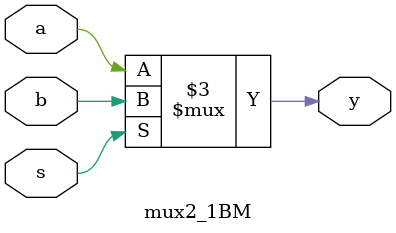
<source format=v>
module mux2_1BM ( output reg y, input a,b,s);
// LHS needs to be reg ( capacitor memory element in BM
//Procedural block. MUX works on changes in value on inputs as well as select lines
always @(a,b,s)// Use commas in Verilog 2001
// Without sensitivity list it is mapped as mux but does not behave like one. 
//Simulation synthesis mismatch
begin
	if(s)
 		y = b;
	else 
		y = a; // Executed for s = X,0,Z. MUX Behaviour
//Failing to specify predicted output for different input combinations can lead to inferred latches
end
endmodule
	

</source>
